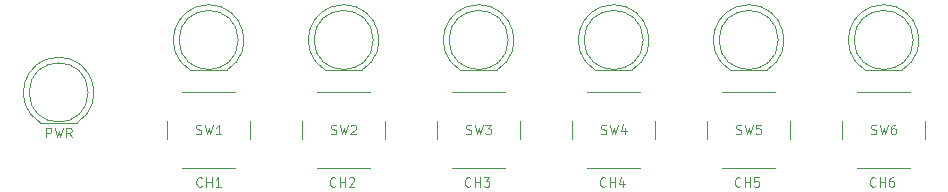
<source format=gto>
G04 #@! TF.GenerationSoftware,KiCad,Pcbnew,(5.1.8)-1*
G04 #@! TF.CreationDate,2022-07-15T00:36:28+02:00*
G04 #@! TF.ProjectId,BulkyMIDI-32 Audio Switch Panel,42756c6b-794d-4494-9449-2d3332204175,rev?*
G04 #@! TF.SameCoordinates,Original*
G04 #@! TF.FileFunction,Legend,Top*
G04 #@! TF.FilePolarity,Positive*
%FSLAX46Y46*%
G04 Gerber Fmt 4.6, Leading zero omitted, Abs format (unit mm)*
G04 Created by KiCad (PCBNEW (5.1.8)-1) date 2022-07-15 00:36:28*
%MOMM*%
%LPD*%
G01*
G04 APERTURE LIST*
%ADD10C,0.120000*%
%ADD11C,0.100000*%
G04 APERTURE END LIST*
D10*
X110970000Y-119694000D02*
X114060000Y-119694000D01*
X115015000Y-117134000D02*
G75*
G03*
X115015000Y-117134000I-2500000J0D01*
G01*
X112514538Y-114144000D02*
G75*
G02*
X114059830Y-119694000I462J-2990000D01*
G01*
X112515462Y-114144000D02*
G75*
G03*
X110970170Y-119694000I-462J-2990000D01*
G01*
X126445000Y-117134000D02*
G75*
G03*
X126445000Y-117134000I-2500000J0D01*
G01*
X122400000Y-119694000D02*
X125490000Y-119694000D01*
X123945462Y-114144000D02*
G75*
G03*
X122400170Y-119694000I-462J-2990000D01*
G01*
X123944538Y-114144000D02*
G75*
G02*
X125489830Y-119694000I462J-2990000D01*
G01*
X133830000Y-119694000D02*
X136920000Y-119694000D01*
X137875000Y-117134000D02*
G75*
G03*
X137875000Y-117134000I-2500000J0D01*
G01*
X135374538Y-114144000D02*
G75*
G02*
X136919830Y-119694000I462J-2990000D01*
G01*
X135375462Y-114144000D02*
G75*
G03*
X133830170Y-119694000I-462J-2990000D01*
G01*
X149305000Y-117134000D02*
G75*
G03*
X149305000Y-117134000I-2500000J0D01*
G01*
X145260000Y-119694000D02*
X148350000Y-119694000D01*
X146805462Y-114144000D02*
G75*
G03*
X145260170Y-119694000I-462J-2990000D01*
G01*
X146804538Y-114144000D02*
G75*
G02*
X148349830Y-119694000I462J-2990000D01*
G01*
X156690000Y-119694000D02*
X159780000Y-119694000D01*
X160735000Y-117134000D02*
G75*
G03*
X160735000Y-117134000I-2500000J0D01*
G01*
X158234538Y-114144000D02*
G75*
G02*
X159779830Y-119694000I462J-2990000D01*
G01*
X158235462Y-114144000D02*
G75*
G03*
X156690170Y-119694000I-462J-2990000D01*
G01*
X172165000Y-117134000D02*
G75*
G03*
X172165000Y-117134000I-2500000J0D01*
G01*
X168120000Y-119694000D02*
X171210000Y-119694000D01*
X169665462Y-114144000D02*
G75*
G03*
X168120170Y-119694000I-462J-2990000D01*
G01*
X169664538Y-114144000D02*
G75*
G02*
X171209830Y-119694000I462J-2990000D01*
G01*
X102315000Y-121579000D02*
G75*
G03*
X102315000Y-121579000I-2500000J0D01*
G01*
X98270000Y-124139000D02*
X101360000Y-124139000D01*
X99815462Y-118589000D02*
G75*
G03*
X98270170Y-124139000I-462J-2990000D01*
G01*
X99814538Y-118589000D02*
G75*
G02*
X101359830Y-124139000I462J-2990000D01*
G01*
X116015000Y-125504000D02*
X116015000Y-124004000D01*
X114765000Y-121504000D02*
X110265000Y-121504000D01*
X109015000Y-124004000D02*
X109015000Y-125504000D01*
X110265000Y-128004000D02*
X114765000Y-128004000D01*
X121695000Y-128004000D02*
X126195000Y-128004000D01*
X120445000Y-124004000D02*
X120445000Y-125504000D01*
X126195000Y-121504000D02*
X121695000Y-121504000D01*
X127445000Y-125504000D02*
X127445000Y-124004000D01*
X133125000Y-128004000D02*
X137625000Y-128004000D01*
X131875000Y-124004000D02*
X131875000Y-125504000D01*
X137625000Y-121504000D02*
X133125000Y-121504000D01*
X138875000Y-125504000D02*
X138875000Y-124004000D01*
X150305000Y-125504000D02*
X150305000Y-124004000D01*
X149055000Y-121504000D02*
X144555000Y-121504000D01*
X143305000Y-124004000D02*
X143305000Y-125504000D01*
X144555000Y-128004000D02*
X149055000Y-128004000D01*
X155985000Y-128004000D02*
X160485000Y-128004000D01*
X154735000Y-124004000D02*
X154735000Y-125504000D01*
X160485000Y-121504000D02*
X155985000Y-121504000D01*
X161735000Y-125504000D02*
X161735000Y-124004000D01*
X173165000Y-125504000D02*
X173165000Y-124004000D01*
X171915000Y-121504000D02*
X167415000Y-121504000D01*
X166165000Y-124004000D02*
X166165000Y-125504000D01*
X167415000Y-128004000D02*
X171915000Y-128004000D01*
D11*
X98748333Y-125369904D02*
X98748333Y-124569904D01*
X99053095Y-124569904D01*
X99129285Y-124608000D01*
X99167380Y-124646095D01*
X99205476Y-124722285D01*
X99205476Y-124836571D01*
X99167380Y-124912761D01*
X99129285Y-124950857D01*
X99053095Y-124988952D01*
X98748333Y-124988952D01*
X99472142Y-124569904D02*
X99662619Y-125369904D01*
X99815000Y-124798476D01*
X99967380Y-125369904D01*
X100157857Y-124569904D01*
X100919761Y-125369904D02*
X100653095Y-124988952D01*
X100462619Y-125369904D02*
X100462619Y-124569904D01*
X100767380Y-124569904D01*
X100843571Y-124608000D01*
X100881666Y-124646095D01*
X100919761Y-124722285D01*
X100919761Y-124836571D01*
X100881666Y-124912761D01*
X100843571Y-124950857D01*
X100767380Y-124988952D01*
X100462619Y-124988952D01*
X111962619Y-129484714D02*
X111924523Y-129522809D01*
X111810238Y-129560904D01*
X111734047Y-129560904D01*
X111619761Y-129522809D01*
X111543571Y-129446619D01*
X111505476Y-129370428D01*
X111467380Y-129218047D01*
X111467380Y-129103761D01*
X111505476Y-128951380D01*
X111543571Y-128875190D01*
X111619761Y-128799000D01*
X111734047Y-128760904D01*
X111810238Y-128760904D01*
X111924523Y-128799000D01*
X111962619Y-128837095D01*
X112305476Y-129560904D02*
X112305476Y-128760904D01*
X112305476Y-129141857D02*
X112762619Y-129141857D01*
X112762619Y-129560904D02*
X112762619Y-128760904D01*
X113562619Y-129560904D02*
X113105476Y-129560904D01*
X113334047Y-129560904D02*
X113334047Y-128760904D01*
X113257857Y-128875190D01*
X113181666Y-128951380D01*
X113105476Y-128989476D01*
X111448333Y-125077809D02*
X111562619Y-125115904D01*
X111753095Y-125115904D01*
X111829285Y-125077809D01*
X111867380Y-125039714D01*
X111905476Y-124963523D01*
X111905476Y-124887333D01*
X111867380Y-124811142D01*
X111829285Y-124773047D01*
X111753095Y-124734952D01*
X111600714Y-124696857D01*
X111524523Y-124658761D01*
X111486428Y-124620666D01*
X111448333Y-124544476D01*
X111448333Y-124468285D01*
X111486428Y-124392095D01*
X111524523Y-124354000D01*
X111600714Y-124315904D01*
X111791190Y-124315904D01*
X111905476Y-124354000D01*
X112172142Y-124315904D02*
X112362619Y-125115904D01*
X112515000Y-124544476D01*
X112667380Y-125115904D01*
X112857857Y-124315904D01*
X113581666Y-125115904D02*
X113124523Y-125115904D01*
X113353095Y-125115904D02*
X113353095Y-124315904D01*
X113276904Y-124430190D01*
X113200714Y-124506380D01*
X113124523Y-124544476D01*
X123257619Y-129489714D02*
X123219523Y-129527809D01*
X123105238Y-129565904D01*
X123029047Y-129565904D01*
X122914761Y-129527809D01*
X122838571Y-129451619D01*
X122800476Y-129375428D01*
X122762380Y-129223047D01*
X122762380Y-129108761D01*
X122800476Y-128956380D01*
X122838571Y-128880190D01*
X122914761Y-128804000D01*
X123029047Y-128765904D01*
X123105238Y-128765904D01*
X123219523Y-128804000D01*
X123257619Y-128842095D01*
X123600476Y-129565904D02*
X123600476Y-128765904D01*
X123600476Y-129146857D02*
X124057619Y-129146857D01*
X124057619Y-129565904D02*
X124057619Y-128765904D01*
X124400476Y-128842095D02*
X124438571Y-128804000D01*
X124514761Y-128765904D01*
X124705238Y-128765904D01*
X124781428Y-128804000D01*
X124819523Y-128842095D01*
X124857619Y-128918285D01*
X124857619Y-128994476D01*
X124819523Y-129108761D01*
X124362380Y-129565904D01*
X124857619Y-129565904D01*
X122878333Y-125077809D02*
X122992619Y-125115904D01*
X123183095Y-125115904D01*
X123259285Y-125077809D01*
X123297380Y-125039714D01*
X123335476Y-124963523D01*
X123335476Y-124887333D01*
X123297380Y-124811142D01*
X123259285Y-124773047D01*
X123183095Y-124734952D01*
X123030714Y-124696857D01*
X122954523Y-124658761D01*
X122916428Y-124620666D01*
X122878333Y-124544476D01*
X122878333Y-124468285D01*
X122916428Y-124392095D01*
X122954523Y-124354000D01*
X123030714Y-124315904D01*
X123221190Y-124315904D01*
X123335476Y-124354000D01*
X123602142Y-124315904D02*
X123792619Y-125115904D01*
X123945000Y-124544476D01*
X124097380Y-125115904D01*
X124287857Y-124315904D01*
X124554523Y-124392095D02*
X124592619Y-124354000D01*
X124668809Y-124315904D01*
X124859285Y-124315904D01*
X124935476Y-124354000D01*
X124973571Y-124392095D01*
X125011666Y-124468285D01*
X125011666Y-124544476D01*
X124973571Y-124658761D01*
X124516428Y-125115904D01*
X125011666Y-125115904D01*
X134687619Y-129489714D02*
X134649523Y-129527809D01*
X134535238Y-129565904D01*
X134459047Y-129565904D01*
X134344761Y-129527809D01*
X134268571Y-129451619D01*
X134230476Y-129375428D01*
X134192380Y-129223047D01*
X134192380Y-129108761D01*
X134230476Y-128956380D01*
X134268571Y-128880190D01*
X134344761Y-128804000D01*
X134459047Y-128765904D01*
X134535238Y-128765904D01*
X134649523Y-128804000D01*
X134687619Y-128842095D01*
X135030476Y-129565904D02*
X135030476Y-128765904D01*
X135030476Y-129146857D02*
X135487619Y-129146857D01*
X135487619Y-129565904D02*
X135487619Y-128765904D01*
X135792380Y-128765904D02*
X136287619Y-128765904D01*
X136020952Y-129070666D01*
X136135238Y-129070666D01*
X136211428Y-129108761D01*
X136249523Y-129146857D01*
X136287619Y-129223047D01*
X136287619Y-129413523D01*
X136249523Y-129489714D01*
X136211428Y-129527809D01*
X136135238Y-129565904D01*
X135906666Y-129565904D01*
X135830476Y-129527809D01*
X135792380Y-129489714D01*
X134308333Y-125077809D02*
X134422619Y-125115904D01*
X134613095Y-125115904D01*
X134689285Y-125077809D01*
X134727380Y-125039714D01*
X134765476Y-124963523D01*
X134765476Y-124887333D01*
X134727380Y-124811142D01*
X134689285Y-124773047D01*
X134613095Y-124734952D01*
X134460714Y-124696857D01*
X134384523Y-124658761D01*
X134346428Y-124620666D01*
X134308333Y-124544476D01*
X134308333Y-124468285D01*
X134346428Y-124392095D01*
X134384523Y-124354000D01*
X134460714Y-124315904D01*
X134651190Y-124315904D01*
X134765476Y-124354000D01*
X135032142Y-124315904D02*
X135222619Y-125115904D01*
X135375000Y-124544476D01*
X135527380Y-125115904D01*
X135717857Y-124315904D01*
X135946428Y-124315904D02*
X136441666Y-124315904D01*
X136175000Y-124620666D01*
X136289285Y-124620666D01*
X136365476Y-124658761D01*
X136403571Y-124696857D01*
X136441666Y-124773047D01*
X136441666Y-124963523D01*
X136403571Y-125039714D01*
X136365476Y-125077809D01*
X136289285Y-125115904D01*
X136060714Y-125115904D01*
X135984523Y-125077809D01*
X135946428Y-125039714D01*
X146117619Y-129489714D02*
X146079523Y-129527809D01*
X145965238Y-129565904D01*
X145889047Y-129565904D01*
X145774761Y-129527809D01*
X145698571Y-129451619D01*
X145660476Y-129375428D01*
X145622380Y-129223047D01*
X145622380Y-129108761D01*
X145660476Y-128956380D01*
X145698571Y-128880190D01*
X145774761Y-128804000D01*
X145889047Y-128765904D01*
X145965238Y-128765904D01*
X146079523Y-128804000D01*
X146117619Y-128842095D01*
X146460476Y-129565904D02*
X146460476Y-128765904D01*
X146460476Y-129146857D02*
X146917619Y-129146857D01*
X146917619Y-129565904D02*
X146917619Y-128765904D01*
X147641428Y-129032571D02*
X147641428Y-129565904D01*
X147450952Y-128727809D02*
X147260476Y-129299238D01*
X147755714Y-129299238D01*
X145738333Y-125077809D02*
X145852619Y-125115904D01*
X146043095Y-125115904D01*
X146119285Y-125077809D01*
X146157380Y-125039714D01*
X146195476Y-124963523D01*
X146195476Y-124887333D01*
X146157380Y-124811142D01*
X146119285Y-124773047D01*
X146043095Y-124734952D01*
X145890714Y-124696857D01*
X145814523Y-124658761D01*
X145776428Y-124620666D01*
X145738333Y-124544476D01*
X145738333Y-124468285D01*
X145776428Y-124392095D01*
X145814523Y-124354000D01*
X145890714Y-124315904D01*
X146081190Y-124315904D01*
X146195476Y-124354000D01*
X146462142Y-124315904D02*
X146652619Y-125115904D01*
X146805000Y-124544476D01*
X146957380Y-125115904D01*
X147147857Y-124315904D01*
X147795476Y-124582571D02*
X147795476Y-125115904D01*
X147605000Y-124277809D02*
X147414523Y-124849238D01*
X147909761Y-124849238D01*
X157547619Y-129489714D02*
X157509523Y-129527809D01*
X157395238Y-129565904D01*
X157319047Y-129565904D01*
X157204761Y-129527809D01*
X157128571Y-129451619D01*
X157090476Y-129375428D01*
X157052380Y-129223047D01*
X157052380Y-129108761D01*
X157090476Y-128956380D01*
X157128571Y-128880190D01*
X157204761Y-128804000D01*
X157319047Y-128765904D01*
X157395238Y-128765904D01*
X157509523Y-128804000D01*
X157547619Y-128842095D01*
X157890476Y-129565904D02*
X157890476Y-128765904D01*
X157890476Y-129146857D02*
X158347619Y-129146857D01*
X158347619Y-129565904D02*
X158347619Y-128765904D01*
X159109523Y-128765904D02*
X158728571Y-128765904D01*
X158690476Y-129146857D01*
X158728571Y-129108761D01*
X158804761Y-129070666D01*
X158995238Y-129070666D01*
X159071428Y-129108761D01*
X159109523Y-129146857D01*
X159147619Y-129223047D01*
X159147619Y-129413523D01*
X159109523Y-129489714D01*
X159071428Y-129527809D01*
X158995238Y-129565904D01*
X158804761Y-129565904D01*
X158728571Y-129527809D01*
X158690476Y-129489714D01*
X157168333Y-125077809D02*
X157282619Y-125115904D01*
X157473095Y-125115904D01*
X157549285Y-125077809D01*
X157587380Y-125039714D01*
X157625476Y-124963523D01*
X157625476Y-124887333D01*
X157587380Y-124811142D01*
X157549285Y-124773047D01*
X157473095Y-124734952D01*
X157320714Y-124696857D01*
X157244523Y-124658761D01*
X157206428Y-124620666D01*
X157168333Y-124544476D01*
X157168333Y-124468285D01*
X157206428Y-124392095D01*
X157244523Y-124354000D01*
X157320714Y-124315904D01*
X157511190Y-124315904D01*
X157625476Y-124354000D01*
X157892142Y-124315904D02*
X158082619Y-125115904D01*
X158235000Y-124544476D01*
X158387380Y-125115904D01*
X158577857Y-124315904D01*
X159263571Y-124315904D02*
X158882619Y-124315904D01*
X158844523Y-124696857D01*
X158882619Y-124658761D01*
X158958809Y-124620666D01*
X159149285Y-124620666D01*
X159225476Y-124658761D01*
X159263571Y-124696857D01*
X159301666Y-124773047D01*
X159301666Y-124963523D01*
X159263571Y-125039714D01*
X159225476Y-125077809D01*
X159149285Y-125115904D01*
X158958809Y-125115904D01*
X158882619Y-125077809D01*
X158844523Y-125039714D01*
X168977619Y-129489714D02*
X168939523Y-129527809D01*
X168825238Y-129565904D01*
X168749047Y-129565904D01*
X168634761Y-129527809D01*
X168558571Y-129451619D01*
X168520476Y-129375428D01*
X168482380Y-129223047D01*
X168482380Y-129108761D01*
X168520476Y-128956380D01*
X168558571Y-128880190D01*
X168634761Y-128804000D01*
X168749047Y-128765904D01*
X168825238Y-128765904D01*
X168939523Y-128804000D01*
X168977619Y-128842095D01*
X169320476Y-129565904D02*
X169320476Y-128765904D01*
X169320476Y-129146857D02*
X169777619Y-129146857D01*
X169777619Y-129565904D02*
X169777619Y-128765904D01*
X170501428Y-128765904D02*
X170349047Y-128765904D01*
X170272857Y-128804000D01*
X170234761Y-128842095D01*
X170158571Y-128956380D01*
X170120476Y-129108761D01*
X170120476Y-129413523D01*
X170158571Y-129489714D01*
X170196666Y-129527809D01*
X170272857Y-129565904D01*
X170425238Y-129565904D01*
X170501428Y-129527809D01*
X170539523Y-129489714D01*
X170577619Y-129413523D01*
X170577619Y-129223047D01*
X170539523Y-129146857D01*
X170501428Y-129108761D01*
X170425238Y-129070666D01*
X170272857Y-129070666D01*
X170196666Y-129108761D01*
X170158571Y-129146857D01*
X170120476Y-129223047D01*
X168598333Y-125077809D02*
X168712619Y-125115904D01*
X168903095Y-125115904D01*
X168979285Y-125077809D01*
X169017380Y-125039714D01*
X169055476Y-124963523D01*
X169055476Y-124887333D01*
X169017380Y-124811142D01*
X168979285Y-124773047D01*
X168903095Y-124734952D01*
X168750714Y-124696857D01*
X168674523Y-124658761D01*
X168636428Y-124620666D01*
X168598333Y-124544476D01*
X168598333Y-124468285D01*
X168636428Y-124392095D01*
X168674523Y-124354000D01*
X168750714Y-124315904D01*
X168941190Y-124315904D01*
X169055476Y-124354000D01*
X169322142Y-124315904D02*
X169512619Y-125115904D01*
X169665000Y-124544476D01*
X169817380Y-125115904D01*
X170007857Y-124315904D01*
X170655476Y-124315904D02*
X170503095Y-124315904D01*
X170426904Y-124354000D01*
X170388809Y-124392095D01*
X170312619Y-124506380D01*
X170274523Y-124658761D01*
X170274523Y-124963523D01*
X170312619Y-125039714D01*
X170350714Y-125077809D01*
X170426904Y-125115904D01*
X170579285Y-125115904D01*
X170655476Y-125077809D01*
X170693571Y-125039714D01*
X170731666Y-124963523D01*
X170731666Y-124773047D01*
X170693571Y-124696857D01*
X170655476Y-124658761D01*
X170579285Y-124620666D01*
X170426904Y-124620666D01*
X170350714Y-124658761D01*
X170312619Y-124696857D01*
X170274523Y-124773047D01*
M02*

</source>
